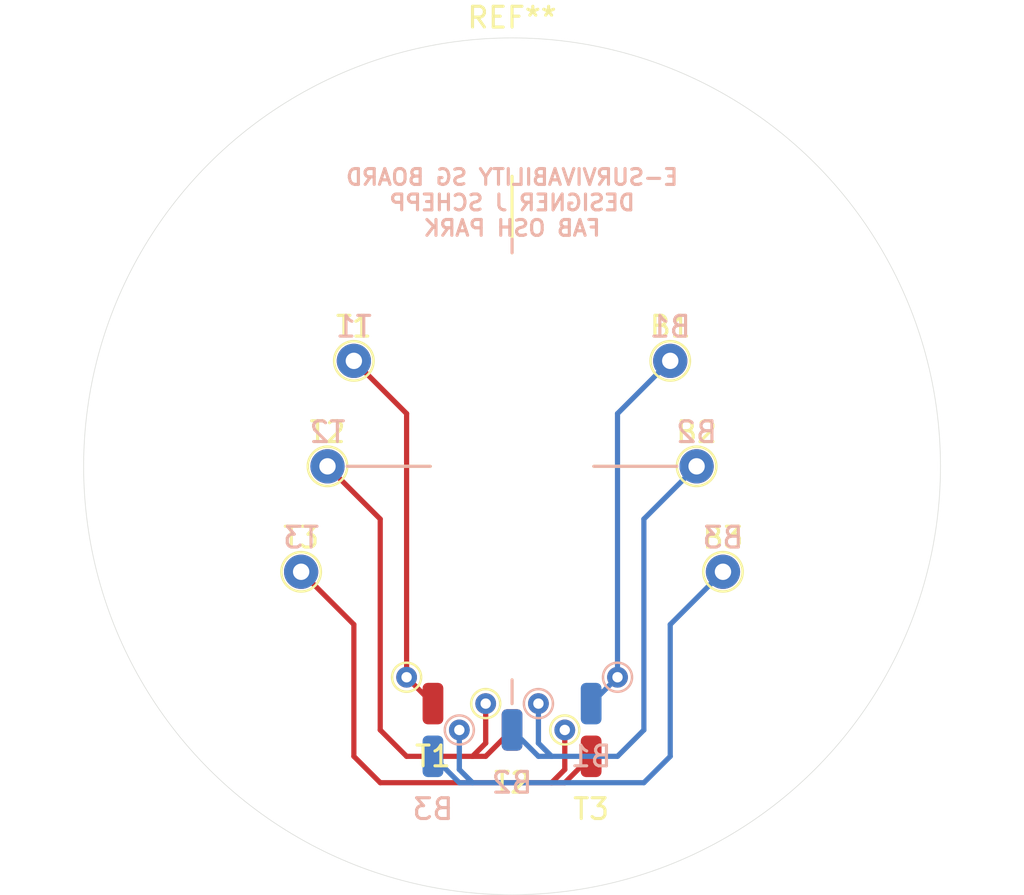
<source format=kicad_pcb>
(kicad_pcb (version 20221018) (generator pcbnew)
  (layers (0 "F.Cu" signal) (31 "B.Cu" signal) (34 "B.Paste" user) (35 "F.Paste" user) (36 "B.SilkS" user "B.Silkscreen") (37 "F.SilkS" user "F.Silkscreen") (38 "B.Mask" user) (39 "F.Mask" user) (44 "Edge.Cuts" user))
  (net 0 "")
  (footprint "TestPoint:TestPoint_THTPad_D1.0mm_Drill0.5mm" (layer "F.Cu") (at 125.73 138.43)
    (fp_text reference "REF**" hide)
    (fp_text value "TestPoint_THTPad_D1.0mm_Drill0.5mm")
    (fp_circle (center 0 0) (end 0 0.7) (stroke (width 0.12)) (fill none) (layer "F.SilkS"))
    (pad "1" thru_hole circle (at 0 0) (size 1 1) (drill 0.5) (layers "*.Cu" "F.Mask"))
  )
  (footprint "TestPoint:TestPoint_THTPad_D1.5mm_Drill0.7mm" (layer "F.Cu") (at 137.16 132.08)
    (fp_text reference "B3" (at 0 -1.648) (layer "F.SilkS"))
    (fp_text value "TestPoint_THTPad_D1.5mm_Drill0.7mm")
    (fp_text user "${REFERENCE}" (at 0 -1.648) (layer "B.SilkS") (effects (justify mirror)))
    (fp_circle (center 0 0) (end 0 0.95) (stroke (width 0.12)) (fill none) (layer "F.SilkS"))
    (pad "1" thru_hole circle (at 0 0) (size 1.651 1.5) (drill 0.7874) (layers "*.Cu" "*.Mask"))
  )
  (footprint "MountingHole:MountingHole_2.1mm" (layer "F.Cu") (at 142.9512 136.2075)
    (fp_text reference "REF**" hide)
    (fp_text value "MountingHole_2.1mm")
    (pad "" np_thru_hole circle (at 0 0) (size 2.2606 2.2606) (drill 2.2606) (layers "F&B.Cu" "*.Mask"))
  )
  (footprint "TestPoint:TestPoint_THTPad_D1.5mm_Drill0.7mm" (layer "F.Cu") (at 119.38 121.92)
    (fp_text reference "T1" (at 0 -1.648) (layer "B.SilkS") (effects (justify mirror)))
    (fp_text value "TestPoint_THTPad_D1.5mm_Drill0.7mm")
    (fp_text user "${REFERENCE}" (at 0 -1.648) (layer "F.SilkS"))
    (fp_circle (center 0 0) (end 0 0.95) (stroke (width 0.12)) (fill none) (layer "F.SilkS"))
    (pad "1" thru_hole circle (at 0 0) (size 1.651 1.5) (drill 0.7874) (layers "*.Cu" "*.Mask"))
  )
  (footprint "TestPoint:TestPoint_THTPad_D1.5mm_Drill0.7mm" (layer "F.Cu") (at 116.84 132.08)
    (fp_text reference "T3" (at 0 -1.648) (layer "F.SilkS"))
    (fp_text value "TestPoint_THTPad_D1.5mm_Drill0.7mm")
    (fp_text user "${REFERENCE}" (at 0 -1.648) (layer "B.SilkS") (effects (justify mirror)))
    (fp_circle (center 0 0) (end 0 0.95) (stroke (width 0.12)) (fill none) (layer "F.SilkS"))
    (pad "1" thru_hole circle (at 0 0) (size 1.651 1.5) (drill 0.7874) (layers "*.Cu" "*.Mask"))
  )
  (footprint "TestPoint:TestPoint_THTPad_D1.0mm_Drill0.5mm" (layer "F.Cu") (at 129.54 139.7)
    (fp_text reference "REF**" hide)
    (fp_text value "TestPoint_THTPad_D1.0mm_Drill0.5mm")
    (fp_circle (center 0 0) (end 0 0.7) (stroke (width 0.12)) (fill none) (layer "F.SilkS"))
    (pad "1" thru_hole circle (at 0 0) (size 1 1) (drill 0.5) (layers "*.Cu" "F.Mask"))
  )
  (footprint "TestPoint:TestPoint_THTPad_D1.5mm_Drill0.7mm" (layer "F.Cu") (at 118.11 127)
    (fp_text reference "T2" (at 0 -1.648) (layer "B.SilkS") (effects (justify mirror)))
    (fp_text value "TestPoint_THTPad_D1.5mm_Drill0.7mm")
    (fp_text user "${REFERENCE}" (at 0 -1.648) (layer "F.SilkS"))
    (fp_circle (center 0 0) (end 0 0.95) (stroke (width 0.12)) (fill none) (layer "F.SilkS"))
    (pad "1" thru_hole circle (at 0 0) (size 1.651 1.5) (drill 0.7874) (layers "*.Cu" "*.Mask"))
  )
  (footprint "TestPoint:TestPoint_THTPad_D1.5mm_Drill0.7mm" (layer "F.Cu") (at 134.62 121.92)
    (fp_text reference "B1" (at 0 -1.648) (layer "F.SilkS"))
    (fp_text value "TestPoint_THTPad_D1.5mm_Drill0.7mm")
    (fp_text user "${REFERENCE}" (at 0 -1.648) (layer "B.SilkS") (effects (justify mirror)))
    (fp_circle (center 0 0) (end 0 0.95) (stroke (width 0.12)) (fill none) (layer "F.SilkS"))
    (pad "1" thru_hole circle (at 0 0) (size 1.651 1.5) (drill 0.7874) (layers "*.Cu" "*.Mask"))
  )
  (footprint "Connector_Wire:SolderWirePad_1x01_SMD_1x2mm" (layer "F.Cu") (at 123.19 138.43)
    (fp_text reference "T1" (at 0 2.54) (layer "F.SilkS"))
    (fp_text value "SolderWirePad_1x01_SMD_1x2mm")
    (pad "1" smd roundrect (at 0 0) (size 1 2) (layers "F.Cu" "F.Paste" "F.Mask"))
  )
  (footprint "Connector_Wire:SolderWirePad_1x01_SMD_1x2mm" (layer "F.Cu") (at 127 139.7)
    (fp_text reference "T2" (at 0 2.54) (layer "F.SilkS"))
    (fp_text value "SolderWirePad_1x01_SMD_1x2mm")
    (pad "1" smd roundrect (at 0 0) (size 1 2) (layers "F.Cu" "F.Paste" "F.Mask"))
  )
  (footprint "MountingHole:MountingHole_2.1mm" (layer "F.Cu") (at 127 108.585)
    (fp_text reference "REF**" (at 0 -3.2) (layer "F.SilkS"))
    (fp_text value "MountingHole_2.1mm")
    (pad "" np_thru_hole circle (at 0 0) (size 2.2606 2.2606) (drill 2.2606) (layers "F&B.Cu" "*.Mask"))
  )
  (footprint "MountingHole:MountingHole_2.1mm" (layer "F.Cu") (at 111.05134 136.2075)
    (fp_text reference "REF**" hide)
    (fp_text value "MountingHole_2.1mm")
    (pad "" np_thru_hole circle (at 0 0) (size 2.2606 2.2606) (drill 2.2606) (layers "F&B.Cu" "*.Mask"))
  )
  (footprint "Connector_Wire:SolderWirePad_1x01_SMD_1x2mm" (layer "F.Cu") (at 130.81 140.97)
    (fp_text reference "T3" (at 0 2.54) (layer "F.SilkS"))
    (fp_text value "SolderWirePad_1x01_SMD_1x2mm")
    (pad "1" smd roundrect (at 0 0) (size 1 2) (layers "F.Cu" "F.Paste" "F.Mask"))
  )
  (footprint "TestPoint:TestPoint_THTPad_D1.0mm_Drill0.5mm" (layer "F.Cu") (at 121.92 137.16)
    (fp_text reference "REF**" hide)
    (fp_text value "TestPoint_THTPad_D1.0mm_Drill0.5mm")
    (fp_circle (center 0 0) (end 0 0.7) (stroke (width 0.12)) (fill none) (layer "F.SilkS"))
    (pad "1" thru_hole circle (at 0 0) (size 1 1) (drill 0.5) (layers "*.Cu" "F.Mask"))
  )
  (footprint "TestPoint:TestPoint_THTPad_D1.5mm_Drill0.7mm" (layer "F.Cu") (at 135.89 127)
    (fp_text reference "B2" (at 0 -1.648) (layer "F.SilkS"))
    (fp_text value "TestPoint_THTPad_D1.5mm_Drill0.7mm")
    (fp_text user "${REFERENCE}" (at 0 -1.648) (layer "B.SilkS") (effects (justify mirror)))
    (fp_circle (center 0 0) (end 0 0.95) (stroke (width 0.12)) (fill none) (layer "F.SilkS"))
    (pad "1" thru_hole circle (at 0 0) (size 1.651 1.5) (drill 0.7874) (layers "*.Cu" "*.Mask"))
  )
  (footprint "TestPoint:TestPoint_THTPad_D1.0mm_Drill0.5mm" (layer "B.Cu") (at 124.46 139.7 180)
    (fp_text reference "REF**" hide)
    (fp_text value "TestPoint_THTPad_D1.0mm_Drill0.5mm")
    (fp_circle (center 0 0) (end 0 -0.7) (stroke (width 0.12)) (fill none) (layer "B.SilkS"))
    (pad "1" thru_hole circle (at 0 0 180) (size 1 1) (drill 0.5) (layers "*.Cu" "B.Mask"))
  )
  (footprint "TestPoint:TestPoint_THTPad_D1.0mm_Drill0.5mm" (layer "B.Cu") (at 132.08 137.16 180)
    (fp_text reference "REF**" hide)
    (fp_text value "TestPoint_THTPad_D1.0mm_Drill0.5mm")
    (fp_circle (center 0 0) (end 0 -0.7) (stroke (width 0.12)) (fill none) (layer "B.SilkS"))
    (pad "1" thru_hole circle (at 0 0 180) (size 1 1) (drill 0.5) (layers "*.Cu" "B.Mask"))
  )
  (footprint "Connector_Wire:SolderWirePad_1x01_SMD_1x2mm" (layer "B.Cu") (at 123.19 140.97 180)
    (fp_text reference "B3" (at 0 -2.54) (layer "B.SilkS") (effects (justify mirror)))
    (fp_text value "SolderWirePad_1x01_SMD_1x2mm")
    (pad "1" smd roundrect (at 0 0 180) (size 1 2) (layers "B.Cu" "B.Paste" "B.Mask"))
  )
  (footprint "TestPoint:TestPoint_THTPad_D1.0mm_Drill0.5mm" (layer "B.Cu") (at 128.27 138.43 180)
    (fp_text reference "REF**" hide)
    (fp_text value "TestPoint_THTPad_D1.0mm_Drill0.5mm")
    (fp_circle (center 0 0) (end 0 -0.7) (stroke (width 0.12)) (fill none) (layer "B.SilkS"))
    (pad "1" thru_hole circle (at 0 0 180) (size 1 1) (drill 0.5) (layers "*.Cu" "B.Mask"))
  )
  (footprint "Connector_Wire:SolderWirePad_1x01_SMD_1x2mm" (layer "B.Cu") (at 127 139.7 180)
    (fp_text reference "B2" (at 0 -2.54) (layer "B.SilkS") (effects (justify mirror)))
    (fp_text value "SolderWirePad_1x01_SMD_1x2mm")
    (pad "1" smd roundrect (at 0 0 180) (size 1 2) (layers "B.Cu" "B.Paste" "B.Mask"))
  )
  (footprint "Connector_Wire:SolderWirePad_1x01_SMD_1x2mm" (layer "B.Cu") (at 130.81 138.43 180)
    (fp_text reference "B1" (at 0 -2.54) (layer "B.SilkS") (effects (justify mirror)))
    (fp_text value "SolderWirePad_1x01_SMD_1x2mm")
    (pad "1" smd roundrect (at 0 0 180) (size 1 2) (layers "B.Cu" "B.Paste" "B.Mask"))
  )
  (gr_line (start 130.937 127) (end 134.94 127) (stroke (width 0.15)) (layer "B.SilkS"))
  (gr_line (start 127 137.287) (end 127 138.43) (stroke (width 0.15)) (layer "B.SilkS"))
  (gr_line (start 127 116.713) (end 127 116.0526) (stroke (width 0.15)) (layer "B.SilkS"))
  (gr_line (start 123.063 127) (end 119.06 127) (stroke (width 0.15)) (layer "B.SilkS"))
  (gr_line (start 123.063 127) (end 119.06 127) (stroke (width 0.15)) (layer "F.SilkS"))
  (gr_line (start 127 116.713) (end 127 113.03) (stroke (width 0.15)) (layer "F.SilkS"))
  (gr_line (start 127 137.287) (end 127 138.43) (stroke (width 0.15)) (layer "F.SilkS"))
  (gr_line (start 130.937 127) (end 134.94 127) (stroke (width 0.15)) (layer "F.SilkS"))
  (gr_circle (center 127 127) (end 147.6375 127) (stroke (width 0.0254)) (fill none) (layer "Edge.Cuts"))
  (gr_text "E-SURVIVABILITY SG BOARD\nDESIGNER J SCHEPP\nFAB OSH PARK" (at 127 114.3) (layer "B.SilkS") (effects (font (size 0.762 0.762)) (justify mirror)))
  (segment (start 123.19 138.43) (end 121.92 137.16) (width 0.25) (layer "F.Cu") (net 0))
  (segment (start 128.905 142.24) (end 120.65 142.24) (width 0.25) (layer "F.Cu") (net 0))
  (segment (start 129.54 141.605) (end 128.905 142.24) (width 0.254) (layer "F.Cu") (net 0))
  (segment (start 127 139.7) (end 125.73 140.97) (width 0.25) (layer "F.Cu") (net 0))
  (segment (start 121.92 124.46) (end 119.38 121.92) (width 0.25) (layer "F.Cu") (net 0))
  (segment (start 125.73 140.335) (end 125.095 140.97) (width 0.254) (layer "F.Cu") (net 0))
  (segment (start 121.92 137.16) (end 121.92 124.46) (width 0.25) (layer "F.Cu") (net 0))
  (segment (start 119.38 134.62) (end 116.84 132.08) (width 0.25) (layer "F.Cu") (net 0))
  (segment (start 125.095 140.97) (end 121.92 140.97) (width 0.25) (layer "F.Cu") (net 0))
  (segment (start 129.54 139.7) (end 129.54 141.605) (width 0.254) (layer "F.Cu") (net 0))
  (segment (start 119.38 140.97) (end 119.38 134.62) (width 0.25) (layer "F.Cu") (net 0))
  (segment (start 120.65 142.24) (end 119.38 140.97) (width 0.25) (layer "F.Cu") (net 0))
  (segment (start 120.65 139.7) (end 120.65 129.54) (width 0.25) (layer "F.Cu") (net 0))
  (segment (start 120.65 129.54) (end 118.11 127) (width 0.25) (layer "F.Cu") (net 0))
  (segment (start 130.81 140.97) (end 129.54 142.24) (width 0.25) (layer "F.Cu") (net 0))
  (segment (start 125.73 138.43) (end 125.73 140.335) (width 0.254) (layer "F.Cu") (net 0))
  (segment (start 125.73 140.97) (end 125.095 140.97) (width 0.25) (layer "F.Cu") (net 0))
  (segment (start 129.54 142.24) (end 128.905 142.24) (width 0.25) (layer "F.Cu") (net 0))
  (segment (start 121.92 140.97) (end 120.65 139.7) (width 0.25) (layer "F.Cu") (net 0))
  (segment (start 132.08 124.46) (end 134.62 121.92) (width 0.25) (layer "B.Cu") (net 0))
  (segment (start 125.095 142.24) (end 133.35 142.24) (width 0.25) (layer "B.Cu") (net 0))
  (segment (start 128.905 140.97) (end 132.08 140.97) (width 0.25) (layer "B.Cu") (net 0))
  (segment (start 130.81 138.43) (end 132.08 137.16) (width 0.25) (layer "B.Cu") (net 0))
  (segment (start 128.27 140.335) (end 128.905 140.97) (width 0.254) (layer "B.Cu") (net 0))
  (segment (start 128.27 138.43) (end 128.27 140.335) (width 0.254) (layer "B.Cu") (net 0))
  (segment (start 133.35 139.7) (end 133.35 129.54) (width 0.25) (layer "B.Cu") (net 0))
  (segment (start 133.35 142.24) (end 134.62 140.97) (width 0.25) (layer "B.Cu") (net 0))
  (segment (start 134.62 140.97) (end 134.62 134.62) (width 0.25) (layer "B.Cu") (net 0))
  (segment (start 128.27 140.97) (end 128.905 140.97) (width 0.25) (layer "B.Cu") (net 0))
  (segment (start 124.46 141.605) (end 125.095 142.24) (width 0.254) (layer "B.Cu") (net 0))
  (segment (start 123.19 140.97) (end 124.46 142.24) (width 0.25) (layer "B.Cu") (net 0))
  (segment (start 132.08 137.16) (end 132.08 124.46) (width 0.25) (layer "B.Cu") (net 0))
  (segment (start 134.62 134.62) (end 137.16 132.08) (width 0.25) (layer "B.Cu") (net 0))
  (segment (start 132.08 140.97) (end 133.35 139.7) (width 0.25) (layer "B.Cu") (net 0))
  (segment (start 124.46 142.24) (end 125.095 142.24) (width 0.25) (layer "B.Cu") (net 0))
  (segment (start 124.46 139.7) (end 124.46 141.605) (width 0.254) (layer "B.Cu") (net 0))
  (segment (start 127 139.7) (end 128.27 140.97) (width 0.25) (layer "B.Cu") (net 0))
  (segment (start 133.35 129.54) (end 135.89 127) (width 0.25) (layer "B.Cu") (net 0))
)
</source>
